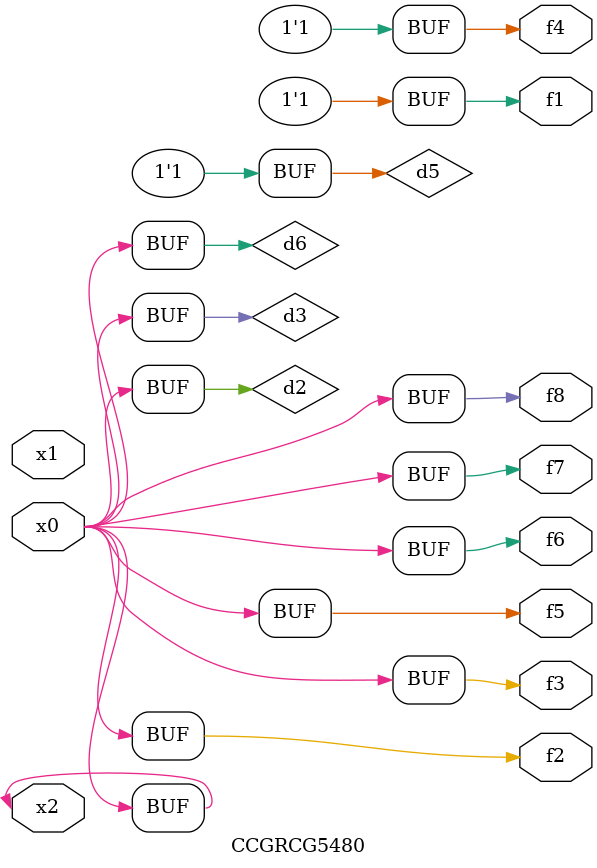
<source format=v>
module CCGRCG5480(
	input x0, x1, x2,
	output f1, f2, f3, f4, f5, f6, f7, f8
);

	wire d1, d2, d3, d4, d5, d6;

	xnor (d1, x2);
	buf (d2, x0, x2);
	and (d3, x0);
	xnor (d4, x1, x2);
	nand (d5, d1, d3);
	buf (d6, d2, d3);
	assign f1 = d5;
	assign f2 = d6;
	assign f3 = d6;
	assign f4 = d5;
	assign f5 = d6;
	assign f6 = d6;
	assign f7 = d6;
	assign f8 = d6;
endmodule

</source>
